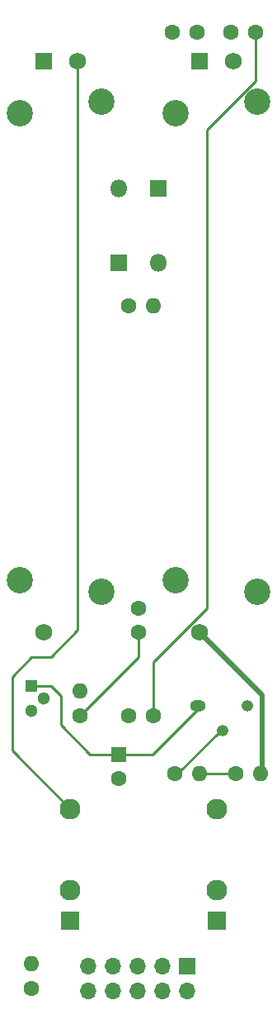
<source format=gbr>
%TF.GenerationSoftware,KiCad,Pcbnew,(6.0.4-0)*%
%TF.CreationDate,2022-12-20T09:34:10-08:00*%
%TF.ProjectId,harmonic_percolator,6861726d-6f6e-4696-935f-706572636f6c,rev?*%
%TF.SameCoordinates,Original*%
%TF.FileFunction,Copper,L2,Bot*%
%TF.FilePolarity,Positive*%
%FSLAX46Y46*%
G04 Gerber Fmt 4.6, Leading zero omitted, Abs format (unit mm)*
G04 Created by KiCad (PCBNEW (6.0.4-0)) date 2022-12-20 09:34:10*
%MOMM*%
%LPD*%
G01*
G04 APERTURE LIST*
%TA.AperFunction,ComponentPad*%
%ADD10C,1.600000*%
%TD*%
%TA.AperFunction,ComponentPad*%
%ADD11O,1.600000X1.600000*%
%TD*%
%TA.AperFunction,ComponentPad*%
%ADD12R,1.800000X1.800000*%
%TD*%
%TA.AperFunction,ComponentPad*%
%ADD13O,1.800000X1.800000*%
%TD*%
%TA.AperFunction,ComponentPad*%
%ADD14R,1.700000X1.700000*%
%TD*%
%TA.AperFunction,ComponentPad*%
%ADD15O,1.700000X1.700000*%
%TD*%
%TA.AperFunction,ComponentPad*%
%ADD16O,1.600000X1.200000*%
%TD*%
%TA.AperFunction,ComponentPad*%
%ADD17O,1.200000X1.200000*%
%TD*%
%TA.AperFunction,ComponentPad*%
%ADD18R,1.600000X1.600000*%
%TD*%
%TA.AperFunction,ComponentPad*%
%ADD19R,1.300000X1.300000*%
%TD*%
%TA.AperFunction,ComponentPad*%
%ADD20C,1.300000*%
%TD*%
%TA.AperFunction,ComponentPad*%
%ADD21R,1.750000X1.750000*%
%TD*%
%TA.AperFunction,ComponentPad*%
%ADD22C,1.750000*%
%TD*%
%TA.AperFunction,ComponentPad*%
%ADD23C,2.700000*%
%TD*%
%TA.AperFunction,ComponentPad*%
%ADD24R,1.930000X1.830000*%
%TD*%
%TA.AperFunction,ComponentPad*%
%ADD25C,2.130000*%
%TD*%
%TA.AperFunction,Conductor*%
%ADD26C,0.500000*%
%TD*%
%TA.AperFunction,Conductor*%
%ADD27C,0.250000*%
%TD*%
G04 APERTURE END LIST*
D10*
%TO.P,R4,1*%
%TO.N,Net-(Q2-Pad3)*%
X114955000Y-124000000D03*
D11*
%TO.P,R4,2*%
%TO.N,GND*%
X117495000Y-124000000D03*
%TD*%
D10*
%TO.P,R2,1*%
%TO.N,Net-(C2-Pad1)*%
X108755000Y-124000000D03*
D11*
%TO.P,R2,2*%
%TO.N,Net-(Q2-Pad3)*%
X111295000Y-124000000D03*
%TD*%
D10*
%TO.P,C2,1*%
%TO.N,Net-(C2-Pad1)*%
X117000000Y-48000000D03*
%TO.P,C2,2*%
%TO.N,Net-(C1-Pad1)*%
X114500000Y-48000000D03*
%TD*%
%TO.P,R3,1*%
%TO.N,+12V*%
X94000000Y-146000000D03*
D11*
%TO.P,R3,2*%
%TO.N,Net-(C4-Pad2)*%
X94000000Y-143460000D03*
%TD*%
D12*
%TO.P,D2,1,K*%
%TO.N,GND*%
X107000000Y-64000000D03*
D13*
%TO.P,D2,2,A*%
%TO.N,Net-(D2-Pad2)*%
X107000000Y-71620000D03*
%TD*%
D14*
%TO.P,J3,1,Pin_1*%
%TO.N,-12V*%
X110000000Y-143725000D03*
D15*
%TO.P,J3,2,Pin_2*%
X110000000Y-146265000D03*
%TO.P,J3,3,Pin_3*%
%TO.N,GND*%
X107460000Y-143725000D03*
%TO.P,J3,4,Pin_4*%
X107460000Y-146265000D03*
%TO.P,J3,5,Pin_5*%
X104920000Y-143725000D03*
%TO.P,J3,6,Pin_6*%
X104920000Y-146265000D03*
%TO.P,J3,7,Pin_7*%
X102380000Y-143725000D03*
%TO.P,J3,8,Pin_8*%
X102380000Y-146265000D03*
%TO.P,J3,9,Pin_9*%
%TO.N,+12V*%
X99840000Y-143725000D03*
%TO.P,J3,10,Pin_10*%
X99840000Y-146265000D03*
%TD*%
D16*
%TO.P,Q2,1,E*%
%TO.N,Net-(C5-Pad1)*%
X111060000Y-117000000D03*
D17*
%TO.P,Q2,2,B*%
%TO.N,Net-(C2-Pad1)*%
X113600000Y-119540000D03*
%TO.P,Q2,3,C*%
%TO.N,Net-(Q2-Pad3)*%
X116140000Y-117000000D03*
%TD*%
D12*
%TO.P,D1,1,K*%
%TO.N,Net-(C4-Pad1)*%
X103000000Y-71620000D03*
D13*
%TO.P,D1,2,A*%
%TO.N,GND*%
X103000000Y-64000000D03*
%TD*%
D10*
%TO.P,R1,1*%
%TO.N,Net-(C4-Pad2)*%
X99000000Y-118000000D03*
D11*
%TO.P,R1,2*%
%TO.N,Net-(C3-Pad1)*%
X99000000Y-115460000D03*
%TD*%
D10*
%TO.P,C1,1*%
%TO.N,Net-(C1-Pad1)*%
X111000000Y-48000000D03*
%TO.P,C1,2*%
%TO.N,GND*%
X108500000Y-48000000D03*
%TD*%
%TO.P,C3,1*%
%TO.N,Net-(C3-Pad1)*%
X104000000Y-118000000D03*
%TO.P,C3,2*%
%TO.N,Net-(C2-Pad1)*%
X106500000Y-118000000D03*
%TD*%
D18*
%TO.P,C5,1*%
%TO.N,Net-(C5-Pad1)*%
X103000000Y-122000000D03*
D10*
%TO.P,C5,2*%
%TO.N,GND*%
X103000000Y-124500000D03*
%TD*%
%TO.P,C4,1*%
%TO.N,Net-(C4-Pad1)*%
X105000000Y-107000000D03*
%TO.P,C4,2*%
%TO.N,Net-(C4-Pad2)*%
X105000000Y-109500000D03*
%TD*%
%TO.P,R5,1*%
%TO.N,Net-(C4-Pad1)*%
X104000000Y-76000000D03*
D11*
%TO.P,R5,2*%
%TO.N,Net-(D2-Pad2)*%
X106540000Y-76000000D03*
%TD*%
D19*
%TO.P,Q1,1,E*%
%TO.N,Net-(C5-Pad1)*%
X94000000Y-115000000D03*
D20*
%TO.P,Q1,2,B*%
%TO.N,Net-(C3-Pad1)*%
X95270000Y-116270000D03*
%TO.P,Q1,3,C*%
%TO.N,Net-(C4-Pad2)*%
X94000000Y-117540000D03*
%TD*%
D21*
%TO.P,RV1 harmonics ,1,1*%
%TO.N,Net-(J1-PadT)*%
X111250000Y-51000000D03*
D22*
%TO.P,RV1 harmonics ,2,2*%
%TO.N,Net-(C1-Pad1)*%
X114750000Y-51000000D03*
%TO.P,RV1 harmonics ,3,3*%
%TO.N,GND*%
X111250000Y-109500000D03*
D23*
%TO.P,RV1 harmonics ,MP*%
%TO.N,N/C*%
X108800000Y-56350000D03*
X117200000Y-105350000D03*
X108800000Y-104150000D03*
X117200000Y-55150000D03*
%TD*%
D21*
%TO.P,RV2 balance,1,1*%
%TO.N,Net-(C4-Pad1)*%
X95250000Y-51000000D03*
D22*
%TO.P,RV2 balance,2,2*%
%TO.N,Net-(J2-PadT)*%
X98750000Y-51000000D03*
%TO.P,RV2 balance,3,3*%
%TO.N,GND*%
X95250000Y-109500000D03*
D23*
%TO.P,RV2 balance,MP*%
%TO.N,N/C*%
X92800000Y-56350000D03*
X92800000Y-104150000D03*
X101200000Y-105350000D03*
X101200000Y-55150000D03*
%TD*%
D24*
%TO.P,J2,S*%
%TO.N,GND*%
X98000000Y-139000000D03*
D25*
%TO.P,J2,T*%
%TO.N,Net-(J2-PadT)*%
X98000000Y-127600000D03*
%TO.P,J2,TN*%
%TO.N,N/C*%
X98000000Y-135900000D03*
%TD*%
D24*
%TO.P,J1,S*%
%TO.N,GND*%
X113000000Y-139000000D03*
D25*
%TO.P,J1,T*%
%TO.N,Net-(J1-PadT)*%
X113000000Y-127600000D03*
%TO.P,J1,TN*%
%TO.N,N/C*%
X113000000Y-135900000D03*
%TD*%
D26*
%TO.N,GND*%
X117700000Y-123700000D02*
X117700000Y-115950000D01*
X117700000Y-115950000D02*
X111250000Y-109500000D01*
D27*
%TO.N,Net-(C2-Pad1)*%
X112000000Y-57981883D02*
X112000000Y-107000000D01*
X106500000Y-112500000D02*
X106500000Y-118000000D01*
X117000000Y-48000000D02*
X117000000Y-52981883D01*
X112000000Y-107000000D02*
X106500000Y-112500000D01*
X117000000Y-52981883D02*
X112000000Y-57981883D01*
X109000000Y-124000000D02*
X113460000Y-119540000D01*
%TO.N,Net-(C4-Pad2)*%
X105000000Y-112000000D02*
X105000000Y-109500000D01*
X99000000Y-118000000D02*
X105000000Y-112000000D01*
%TO.N,Net-(C5-Pad1)*%
X97000000Y-119000000D02*
X97000000Y-116000000D01*
X100000000Y-122000000D02*
X97000000Y-119000000D01*
X97000000Y-116000000D02*
X96000000Y-115000000D01*
X103000000Y-122000000D02*
X100000000Y-122000000D01*
X106460000Y-122000000D02*
X111460000Y-117000000D01*
X96000000Y-115000000D02*
X94000000Y-115000000D01*
X103000000Y-122000000D02*
X106460000Y-122000000D01*
%TO.N,Net-(J2-PadT)*%
X92000000Y-121600000D02*
X98000000Y-127600000D01*
X94025489Y-112000000D02*
X92000000Y-114025489D01*
X98750000Y-51000000D02*
X98750000Y-109250000D01*
X92000000Y-114025489D02*
X92000000Y-121600000D01*
X98750000Y-109250000D02*
X96000000Y-112000000D01*
X96000000Y-112000000D02*
X94000000Y-112000000D01*
%TO.N,Net-(Q2-Pad3)*%
X115460000Y-124000000D02*
X111540000Y-124000000D01*
%TD*%
M02*

</source>
